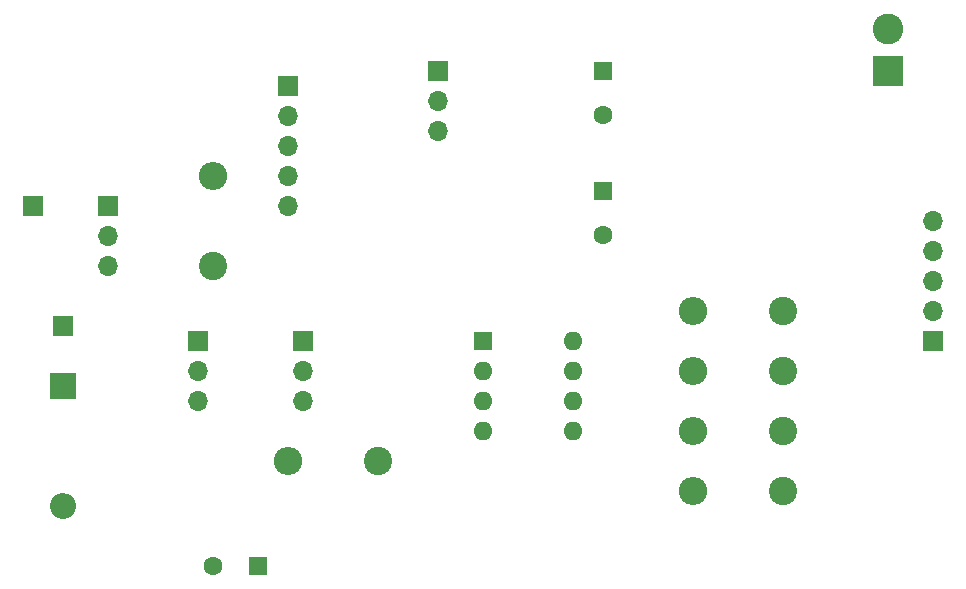
<source format=gbr>
G04 #@! TF.GenerationSoftware,KiCad,Pcbnew,5.0.0-fee4fd1~66~ubuntu18.04.1*
G04 #@! TF.CreationDate,2018-10-11T19:26:43-04:00*
G04 #@! TF.ProjectId,switcher,73776974636865722E6B696361645F70,rev?*
G04 #@! TF.SameCoordinates,Original*
G04 #@! TF.FileFunction,Copper,L2,Bot,Signal*
G04 #@! TF.FilePolarity,Positive*
%FSLAX46Y46*%
G04 Gerber Fmt 4.6, Leading zero omitted, Abs format (unit mm)*
G04 Created by KiCad (PCBNEW 5.0.0-fee4fd1~66~ubuntu18.04.1) date Thu Oct 11 19:26:43 2018*
%MOMM*%
%LPD*%
G01*
G04 APERTURE LIST*
G04 #@! TA.AperFunction,ComponentPad*
%ADD10R,1.600000X1.600000*%
G04 #@! TD*
G04 #@! TA.AperFunction,ComponentPad*
%ADD11C,1.600000*%
G04 #@! TD*
G04 #@! TA.AperFunction,ComponentPad*
%ADD12R,2.200000X2.200000*%
G04 #@! TD*
G04 #@! TA.AperFunction,ComponentPad*
%ADD13O,2.200000X2.200000*%
G04 #@! TD*
G04 #@! TA.AperFunction,ComponentPad*
%ADD14O,1.700000X1.700000*%
G04 #@! TD*
G04 #@! TA.AperFunction,ComponentPad*
%ADD15R,1.700000X1.700000*%
G04 #@! TD*
G04 #@! TA.AperFunction,ComponentPad*
%ADD16R,2.600000X2.600000*%
G04 #@! TD*
G04 #@! TA.AperFunction,ComponentPad*
%ADD17C,2.600000*%
G04 #@! TD*
G04 #@! TA.AperFunction,ComponentPad*
%ADD18C,2.400000*%
G04 #@! TD*
G04 #@! TA.AperFunction,ComponentPad*
%ADD19O,2.400000X2.400000*%
G04 #@! TD*
G04 #@! TA.AperFunction,ComponentPad*
%ADD20O,1.600000X1.600000*%
G04 #@! TD*
G04 APERTURE END LIST*
D10*
G04 #@! TO.P,C1,1*
G04 #@! TO.N,+VDC*
X69850000Y-49530000D03*
D11*
G04 #@! TO.P,C1,2*
G04 #@! TO.N,GND*
X69850000Y-53330000D03*
G04 #@! TD*
G04 #@! TO.P,C2,2*
G04 #@! TO.N,GND*
X69850000Y-63490000D03*
D10*
G04 #@! TO.P,C2,1*
G04 #@! TO.N,+3V3*
X69850000Y-59690000D03*
G04 #@! TD*
G04 #@! TO.P,C3,1*
G04 #@! TO.N,VDD-SWITCH*
X40640000Y-91440000D03*
D11*
G04 #@! TO.P,C3,2*
G04 #@! TO.N,GND*
X36840000Y-91440000D03*
G04 #@! TD*
D12*
G04 #@! TO.P,D1,1*
G04 #@! TO.N,VDD-SWITCH*
X24130000Y-76200000D03*
D13*
G04 #@! TO.P,D1,2*
G04 #@! TO.N,GND*
X24130000Y-86360000D03*
G04 #@! TD*
D14*
G04 #@! TO.P,J1,5*
G04 #@! TO.N,N/C*
X43180000Y-60960000D03*
G04 #@! TO.P,J1,4*
G04 #@! TO.N,Net-(J1-Pad4)*
X43180000Y-58420000D03*
G04 #@! TO.P,J1,3*
G04 #@! TO.N,Net-(J1-Pad3)*
X43180000Y-55880000D03*
G04 #@! TO.P,J1,2*
G04 #@! TO.N,GND*
X43180000Y-53340000D03*
D15*
G04 #@! TO.P,J1,1*
G04 #@! TO.N,+3V3*
X43180000Y-50800000D03*
G04 #@! TD*
D16*
G04 #@! TO.P,J2,1*
G04 #@! TO.N,+VDC*
X93980000Y-49530000D03*
D17*
G04 #@! TO.P,J2,2*
G04 #@! TO.N,GND*
X93980000Y-46030000D03*
G04 #@! TD*
D14*
G04 #@! TO.P,J3,3*
G04 #@! TO.N,+3V3*
X55880000Y-54610000D03*
G04 #@! TO.P,J3,2*
G04 #@! TO.N,GND*
X55880000Y-52070000D03*
D15*
G04 #@! TO.P,J3,1*
G04 #@! TO.N,+VDC*
X55880000Y-49530000D03*
G04 #@! TD*
G04 #@! TO.P,J4,1*
G04 #@! TO.N,VDD-SWITCH*
X97790000Y-72390000D03*
D14*
G04 #@! TO.P,J4,2*
G04 #@! TO.N,GND*
X97790000Y-69850000D03*
G04 #@! TO.P,J4,3*
G04 #@! TO.N,+3V3*
X97790000Y-67310000D03*
G04 #@! TO.P,J4,4*
G04 #@! TO.N,GND*
X97790000Y-64770000D03*
G04 #@! TO.P,J4,5*
G04 #@! TO.N,+VDC*
X97790000Y-62230000D03*
G04 #@! TD*
D15*
G04 #@! TO.P,MMBT2N3904,1*
G04 #@! TO.N,GND*
X27940000Y-60960000D03*
D14*
G04 #@! TO.P,MMBT2N3904,2*
G04 #@! TO.N,Net-(MMBT2N3904-Pad2)*
X27940000Y-63500000D03*
G04 #@! TO.P,MMBT2N3904,3*
G04 #@! TO.N,Net-(MMBT2N3904-Pad3)*
X27940000Y-66040000D03*
G04 #@! TD*
G04 #@! TO.P,Q1,3*
G04 #@! TO.N,VDD-SWITCH*
X44450000Y-77470000D03*
G04 #@! TO.P,Q1,2*
G04 #@! TO.N,Net-(Q1-Pad2)*
X44450000Y-74930000D03*
D15*
G04 #@! TO.P,Q1,1*
G04 #@! TO.N,Net-(MMBT2N3904-Pad3)*
X44450000Y-72390000D03*
G04 #@! TD*
G04 #@! TO.P,Q2,1*
G04 #@! TO.N,Net-(MMBT2N3904-Pad3)*
X35560000Y-72390000D03*
D14*
G04 #@! TO.P,Q2,2*
G04 #@! TO.N,Net-(Q1-Pad2)*
X35560000Y-74930000D03*
G04 #@! TO.P,Q2,3*
G04 #@! TO.N,+VDC*
X35560000Y-77470000D03*
G04 #@! TD*
D18*
G04 #@! TO.P,R1,1*
G04 #@! TO.N,GND*
X85090000Y-69850000D03*
D19*
G04 #@! TO.P,R1,2*
G04 #@! TO.N,Net-(R1-Pad2)*
X77470000Y-69850000D03*
G04 #@! TD*
G04 #@! TO.P,R2,2*
G04 #@! TO.N,Net-(R2-Pad2)*
X77470000Y-74930000D03*
D18*
G04 #@! TO.P,R2,1*
G04 #@! TO.N,GND*
X85090000Y-74930000D03*
G04 #@! TD*
G04 #@! TO.P,R3,1*
G04 #@! TO.N,GND*
X85090000Y-80010000D03*
D19*
G04 #@! TO.P,R3,2*
G04 #@! TO.N,Net-(R3-Pad2)*
X77470000Y-80010000D03*
G04 #@! TD*
G04 #@! TO.P,R4,2*
G04 #@! TO.N,Net-(R4-Pad2)*
X77470000Y-85090000D03*
D18*
G04 #@! TO.P,R4,1*
G04 #@! TO.N,GND*
X85090000Y-85090000D03*
G04 #@! TD*
D19*
G04 #@! TO.P,R5,2*
G04 #@! TO.N,Net-(J1-Pad4)*
X36830000Y-58420000D03*
D18*
G04 #@! TO.P,R5,1*
G04 #@! TO.N,Net-(MMBT2N3904-Pad2)*
X36830000Y-66040000D03*
G04 #@! TD*
G04 #@! TO.P,R6,1*
G04 #@! TO.N,Net-(MMBT2N3904-Pad3)*
X50800000Y-82550000D03*
D19*
G04 #@! TO.P,R6,2*
G04 #@! TO.N,+VDC*
X43180000Y-82550000D03*
G04 #@! TD*
D10*
G04 #@! TO.P,SW1,1*
G04 #@! TO.N,Net-(J1-Pad3)*
X59690000Y-72390000D03*
D20*
G04 #@! TO.P,SW1,5*
G04 #@! TO.N,Net-(R4-Pad2)*
X67310000Y-80010000D03*
G04 #@! TO.P,SW1,2*
G04 #@! TO.N,Net-(J1-Pad3)*
X59690000Y-74930000D03*
G04 #@! TO.P,SW1,6*
G04 #@! TO.N,Net-(R3-Pad2)*
X67310000Y-77470000D03*
G04 #@! TO.P,SW1,3*
G04 #@! TO.N,Net-(J1-Pad3)*
X59690000Y-77470000D03*
G04 #@! TO.P,SW1,7*
G04 #@! TO.N,Net-(R2-Pad2)*
X67310000Y-74930000D03*
G04 #@! TO.P,SW1,4*
G04 #@! TO.N,Net-(J1-Pad3)*
X59690000Y-80010000D03*
G04 #@! TO.P,SW1,8*
G04 #@! TO.N,Net-(R1-Pad2)*
X67310000Y-72390000D03*
G04 #@! TD*
D15*
G04 #@! TO.P,J5,1*
G04 #@! TO.N,+VDC*
X24130000Y-71120000D03*
G04 #@! TD*
G04 #@! TO.P,J6,1*
G04 #@! TO.N,+VDC*
X21590000Y-60960000D03*
G04 #@! TD*
M02*

</source>
